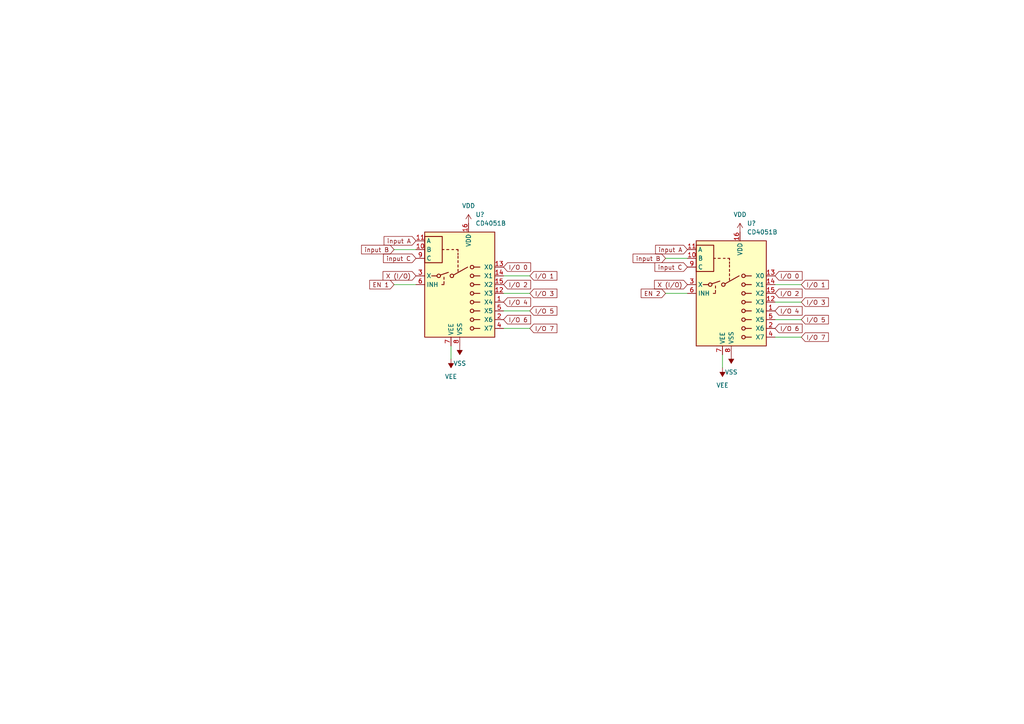
<source format=kicad_sch>
(kicad_sch (version 20211123) (generator eeschema)
  (paper "A4")
  (lib_symbols
    (symbol "Analog_Switch:CD4051B"
      (property "Reference" "U" (at -10.16 16.51 0))
      (property "Value" "CD4051B" (at 3.81 16.51 0))
      (symbol "CD4051B_0_1"
        (rectangle (start -10.16 6.35) (end -5.08 13.97) (stroke (width 0.254)))
        (rectangle (start -10.16 15.24) (end 10.16 -15.24) (stroke (width 0.254)) (fill (type background)))
        (circle (center -6.096 2.54) (radius 0.508) (stroke (width 0.254)))
        (circle (center -2.286 2.54) (radius 0.508) (stroke (width 0.254)))
        (polyline (pts (xy -8.128 2.54) (xy -6.604 2.54)) (stroke (width 0.254)))
        (polyline (pts (xy -5.588 2.794) (xy -3.302 3.556)) (stroke (width 0.254)))
        (polyline (pts (xy -4.572 0) (xy -5.207 0)) (stroke (width 0.254)))
        (polyline (pts (xy -4.572 0.254) (xy -4.572 0.889)) (stroke (width 0.254)))
        (polyline (pts (xy -4.572 1.524) (xy -4.572 2.159)) (stroke (width 0.254)))
        (polyline (pts (xy -4.572 10.16) (xy -5.08 10.16)) (stroke (width 0.254)))
        (polyline (pts (xy -3.81 10.16) (xy -3.175 10.16)) (stroke (width 0.254)))
        (polyline (pts (xy -1.778 2.794) (xy 2.286 5.08)) (stroke (width 0.254)))
        (polyline (pts (xy -1.778 10.16) (xy -2.286 10.16)) (stroke (width 0.254)))
        (polyline (pts (xy -0.508 3.81) (xy -0.508 4.445)) (stroke (width 0.254)))
        (polyline (pts (xy -0.508 5.08) (xy -0.508 5.715)) (stroke (width 0.254)))
        (polyline (pts (xy -0.508 6.35) (xy -0.508 6.985)) (stroke (width 0.254)))
        (polyline (pts (xy -0.508 7.62) (xy -0.508 8.255)) (stroke (width 0.254)))
        (polyline (pts (xy -0.508 8.636) (xy -0.508 9.144)) (stroke (width 0.254)))
        (polyline (pts (xy -0.508 9.652) (xy -0.508 10.16)) (stroke (width 0.254)))
        (polyline (pts (xy -0.508 10.16) (xy -1.016 10.16)) (stroke (width 0.254)))
        (polyline (pts (xy 4.064 -12.7) (xy 5.842 -12.7)) (stroke (width 0.254)))
        (polyline (pts (xy 4.064 -10.16) (xy 5.842 -10.16)) (stroke (width 0.254)))
        (polyline (pts (xy 4.064 -7.62) (xy 5.842 -7.62)) (stroke (width 0.254)))
        (polyline (pts (xy 4.064 -5.08) (xy 5.842 -5.08)) (stroke (width 0.254)))
        (polyline (pts (xy 4.064 -2.54) (xy 5.842 -2.54)) (stroke (width 0.254)))
        (polyline (pts (xy 4.064 0) (xy 5.842 0)) (stroke (width 0.254)))
        (polyline (pts (xy 4.064 2.54) (xy 5.842 2.54)) (stroke (width 0.254)))
        (polyline (pts (xy 4.064 5.08) (xy 5.842 5.08)) (stroke (width 0.254)))
        (circle (center 3.556 -12.7) (radius 0.508) (stroke (width 0.254)))
        (circle (center 3.556 -10.16) (radius 0.508) (stroke (width 0.254)))
        (circle (center 3.556 -7.62) (radius 0.508) (stroke (width 0.254)))
        (circle (center 3.556 -5.08) (radius 0.508) (stroke (width 0.254)))
        (circle (center 3.556 -2.54) (radius 0.508) (stroke (width 0.254)))
        (circle (center 3.556 0) (radius 0.508) (stroke (width 0.254)))
        (circle (center 3.556 2.54) (radius 0.508) (stroke (width 0.254)))
        (circle (center 3.556 5.08) (radius 0.508) (stroke (width 0.254)))
      )
      (symbol "CD4051B_1_1"
        (pin bidirectional line (at 12.7 -5.08 180) (length 2.54) (name "X4") (number "1"))
        (pin input line (at -12.7 10.16 0) (length 2.54) (name "B") (number "10"))
        (pin input line (at -12.7 12.7 0) (length 2.54) (name "A") (number "11"))
        (pin bidirectional line (at 12.7 -2.54 180) (length 2.54) (name "X3") (number "12"))
        (pin bidirectional line (at 12.7 5.08 180) (length 2.54) (name "X0") (number "13"))
        (pin bidirectional line (at 12.7 2.54 180) (length 2.54) (name "X1") (number "14"))
        (pin bidirectional line (at 12.7 0 180) (length 2.54) (name "X2") (number "15"))
        (pin power_in line (at 2.54 17.78 270) (length 2.54) (name "VDD") (number "16"))
        (pin bidirectional line (at 12.7 -10.16 180) (length 2.54) (name "X6") (number "2"))
        (pin bidirectional line (at -12.7 2.54 0) (length 2.54) (name "X") (number "3"))
        (pin bidirectional line (at 12.7 -12.7 180) (length 2.54) (name "X7") (number "4"))
        (pin bidirectional line (at 12.7 -7.62 180) (length 2.54) (name "X5") (number "5"))
        (pin input line (at -12.7 0 0) (length 2.54) (name "INH") (number "6"))
        (pin power_in line (at -2.54 -17.78 90) (length 2.54) (name "VEE") (number "7"))
        (pin power_in line (at 0 -17.78 90) (length 2.54) (name "VSS") (number "8"))
        (pin input line (at -12.7 7.62 0) (length 2.54) (name "C") (number "9"))
      )
    )
    (symbol "power:VDD" (power) (pin_names (offset 0))
      (property "Value" "VDD" (at 0 3.81 0))
      (symbol "VDD_0_1"
        (polyline (pts (xy -0.762 1.27) (xy 0 2.54)))
        (polyline (pts (xy 0 0) (xy 0 2.54)))
        (polyline (pts (xy 0 2.54) (xy 0.762 1.27)))
      )
      (symbol "VDD_1_1"
        (pin power_in line (at 0 0 90) (length 0) hide (name "VDD") (number "1"))
      )
    )
    (symbol "power:VEE" (power) (pin_names (offset 0))
      (property "Value" "VEE" (at 0 3.81 0))
      (symbol "VEE_0_1"
        (polyline (pts (xy 0 0) (xy 0 2.54)))
        (polyline (pts (xy 0.762 1.27) (xy -0.762 1.27) (xy 0 2.54) (xy 0.762 1.27)) (fill (type outline)))
      )
      (symbol "VEE_1_1"
        (pin power_in line (at 0 0 90) (length 0) hide (name "VEE") (number "1"))
      )
    )
    (symbol "power:VSS" (power) (pin_names (offset 0))
      (property "Value" "VSS" (at 0 3.81 0))
      (symbol "VSS_0_1"
        (polyline (pts (xy 0 0) (xy 0 2.54)))
        (polyline (pts (xy 0.762 1.27) (xy -0.762 1.27) (xy 0 2.54) (xy 0.762 1.27)) (fill (type outline)))
      )
      (symbol "VSS_1_1"
        (pin power_in line (at 0 0 90) (length 0) hide (name "VSS") (number "1"))
      )
    )
  )
  (wire (pts (xy 153.67 85.09) (xy 146.05 85.09)))
  (wire (pts (xy 232.41 97.79) (xy 224.79 97.79)))
  (wire (pts (xy 114.3 72.39) (xy 120.65 72.39)))
  (wire (pts (xy 114.3 82.55) (xy 120.65 82.55)))
  (wire (pts (xy 153.67 95.25) (xy 146.05 95.25)))
  (wire (pts (xy 232.41 87.63) (xy 224.79 87.63)))
  (wire (pts (xy 232.41 92.71) (xy 224.79 92.71)))
  (wire (pts (xy 130.81 104.14) (xy 130.81 100.33)))
  (wire (pts (xy 209.55 106.68) (xy 209.55 102.87)))
  (wire (pts (xy 153.67 90.17) (xy 146.05 90.17)))
  (wire (pts (xy 153.67 80.01) (xy 146.05 80.01)))
  (wire (pts (xy 193.04 74.93) (xy 199.39 74.93)))
  (wire (pts (xy 232.41 82.55) (xy 224.79 82.55)))
  (wire (pts (xy 193.04 85.09) (xy 199.39 85.09)))
  (global_label "input B" (shape input) (at 193.04 74.93 180) (property "Intersheet References" "${INTERSHEET_REFS}" (effects hide)))
  (global_label "I{slash}O 5" (shape input) (at 232.41 92.71 0) (property "Intersheet References" "${INTERSHEET_REFS}" (effects hide)))
  (global_label "EN 2" (shape input) (at 193.04 85.09 180) (property "Intersheet References" "${INTERSHEET_REFS}" (effects hide)))
  (global_label "input A" (shape input) (at 120.65 69.85 180) (property "Intersheet References" "${INTERSHEET_REFS}" (effects hide)))
  (global_label "I{slash}O 6" (shape input) (at 224.79 95.25 0) (property "Intersheet References" "${INTERSHEET_REFS}" (effects hide)))
  (global_label "input A" (shape input) (at 199.39 72.39 180) (property "Intersheet References" "${INTERSHEET_REFS}" (effects hide)))
  (global_label "I{slash}O 7" (shape input) (at 232.41 97.79 0) (property "Intersheet References" "${INTERSHEET_REFS}" (effects hide)))
  (global_label "X (I{slash}O)" (shape input) (at 120.65 80.01 180) (property "Intersheet References" "${INTERSHEET_REFS}" (effects hide)))
  (global_label "I{slash}O 2" (shape input) (at 146.05 82.55 0) (property "Intersheet References" "${INTERSHEET_REFS}" (effects hide)))
  (global_label "I{slash}O 0" (shape input) (at 146.05 77.47 0) (property "Intersheet References" "${INTERSHEET_REFS}" (effects hide)))
  (global_label "I{slash}O 7" (shape input) (at 153.67 95.25 0) (property "Intersheet References" "${INTERSHEET_REFS}" (effects hide)))
  (global_label "input B" (shape input) (at 114.3 72.39 180) (property "Intersheet References" "${INTERSHEET_REFS}" (effects hide)))
  (global_label "I{slash}O 3" (shape input) (at 153.67 85.09 0) (property "Intersheet References" "${INTERSHEET_REFS}" (effects hide)))
  (global_label "input C" (shape input) (at 199.39 77.47 180) (property "Intersheet References" "${INTERSHEET_REFS}" (effects hide)))
  (global_label "I{slash}O 1" (shape input) (at 232.41 82.55 0) (property "Intersheet References" "${INTERSHEET_REFS}" (effects hide)))
  (global_label "I{slash}O 4" (shape input) (at 224.79 90.17 0) (property "Intersheet References" "${INTERSHEET_REFS}" (effects hide)))
  (global_label "X (I{slash}O)" (shape input) (at 199.39 82.55 180) (property "Intersheet References" "${INTERSHEET_REFS}" (effects hide)))
  (global_label "I{slash}O 5" (shape input) (at 153.67 90.17 0) (property "Intersheet References" "${INTERSHEET_REFS}" (effects hide)))
  (global_label "I{slash}O 3" (shape input) (at 232.41 87.63 0) (property "Intersheet References" "${INTERSHEET_REFS}" (effects hide)))
  (global_label "EN 1" (shape input) (at 114.3 82.55 180) (property "Intersheet References" "${INTERSHEET_REFS}" (effects hide)))
  (global_label "I{slash}O 6" (shape input) (at 146.05 92.71 0) (property "Intersheet References" "${INTERSHEET_REFS}" (effects hide)))
  (global_label "I{slash}O 4" (shape input) (at 146.05 87.63 0) (property "Intersheet References" "${INTERSHEET_REFS}" (effects hide)))
  (global_label "I{slash}O 1" (shape input) (at 153.67 80.01 0) (property "Intersheet References" "${INTERSHEET_REFS}" (effects hide)))
  (global_label "input C" (shape input) (at 120.65 74.93 180) (property "Intersheet References" "${INTERSHEET_REFS}" (effects hide)))
  (global_label "I{slash}O 0" (shape input) (at 224.79 80.01 0) (property "Intersheet References" "${INTERSHEET_REFS}" (effects hide)))
  (global_label "I{slash}O 2" (shape input) (at 224.79 85.09 0) (property "Intersheet References" "${INTERSHEET_REFS}" (effects hide)))
  (symbol (lib_id "power:VSS") (at 133.35 100.33 180) (unit 1)
    (property "Reference" "#PWR?" (effects hide))
    (property "Value" "VSS" (at 133.35 105.41 0))
  )
  (symbol (lib_id "power:VEE") (at 209.55 106.68 180) (unit 1)
    (property "Reference" "#PWR?" (effects hide))
    (property "Value" "VEE" (at 209.55 111.76 0))
  )
  (symbol (lib_id "power:VDD") (at 135.89 64.77 0) (unit 1)
    (property "Reference" "#PWR?" (effects hide))
    (property "Value" "VDD" (at 135.89 59.69 0))
  )
  (symbol (lib_id "power:VEE") (at 130.81 104.14 180) (unit 1)
    (property "Reference" "#PWR?" (effects hide))
    (property "Value" "VEE" (at 130.81 109.22 0))
  )
  (symbol (lib_id "power:VDD") (at 214.63 67.31 0) (unit 1)
    (property "Reference" "#PWR?" (effects hide))
    (property "Value" "VDD" (at 214.63 62.23 0))
  )
  (symbol (lib_id "power:VSS") (at 212.09 102.87 180) (unit 1)
    (property "Reference" "#PWR?" (effects hide))
    (property "Value" "VSS" (at 212.09 107.95 0))
  )
  (symbol (lib_id "Analog_Switch:CD4051B") (at 133.35 82.55 0) (unit 1)
    (property "Reference" "U?" (at 137.9094 62.23 0) (effects (justify left)))
    (property "Value" "CD4051B" (at 137.9094 64.77 0) (effects (justify left)))
    (property "Datasheet" "http://www.ti.com/lit/ds/symlink/cd4052b.pdf" (effects hide))
  )
  (symbol (lib_id "Analog_Switch:CD4051B") (at 212.09 85.09 0) (unit 1)
    (property "Reference" "U?" (at 216.6494 64.77 0) (effects (justify left)))
    (property "Value" "CD4051B" (at 216.6494 67.31 0) (effects (justify left)))
    (property "Datasheet" "http://www.ti.com/lit/ds/symlink/cd4052b.pdf" (effects hide))
  )
)
</source>
